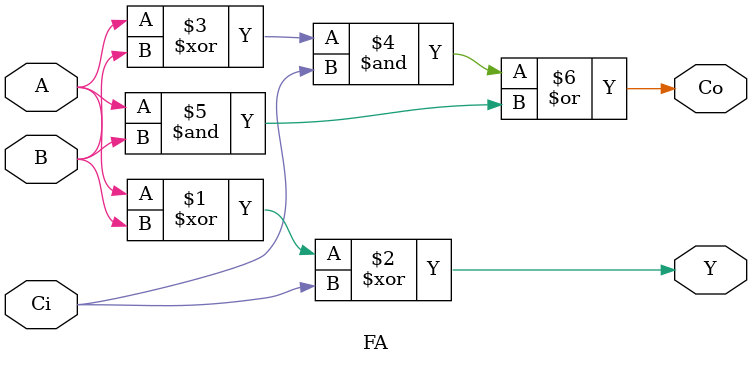
<source format=v>
`timescale 1ns / 1ps
module FA(A, B, Ci, Y, Co);
input A, B;
input Ci;
output Y;
output Co;

wire Y, Co;

assign Y = (A^B) ^ Ci;
assign Co = ((A^B)&Ci) | (A&B);

endmodule

</source>
